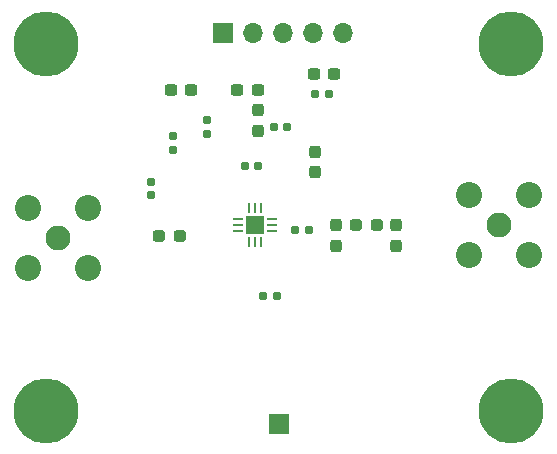
<source format=gts>
G04 #@! TF.GenerationSoftware,KiCad,Pcbnew,8.0.9-1.fc41*
G04 #@! TF.CreationDate,2025-05-25T01:26:55-03:00*
G04 #@! TF.ProjectId,PA-circuit,50412d63-6972-4637-9569-742e6b696361,rev?*
G04 #@! TF.SameCoordinates,Original*
G04 #@! TF.FileFunction,Soldermask,Top*
G04 #@! TF.FilePolarity,Negative*
%FSLAX46Y46*%
G04 Gerber Fmt 4.6, Leading zero omitted, Abs format (unit mm)*
G04 Created by KiCad (PCBNEW 8.0.9-1.fc41) date 2025-05-25 01:26:55*
%MOMM*%
%LPD*%
G01*
G04 APERTURE LIST*
G04 Aperture macros list*
%AMRoundRect*
0 Rectangle with rounded corners*
0 $1 Rounding radius*
0 $2 $3 $4 $5 $6 $7 $8 $9 X,Y pos of 4 corners*
0 Add a 4 corners polygon primitive as box body*
4,1,4,$2,$3,$4,$5,$6,$7,$8,$9,$2,$3,0*
0 Add four circle primitives for the rounded corners*
1,1,$1+$1,$2,$3*
1,1,$1+$1,$4,$5*
1,1,$1+$1,$6,$7*
1,1,$1+$1,$8,$9*
0 Add four rect primitives between the rounded corners*
20,1,$1+$1,$2,$3,$4,$5,0*
20,1,$1+$1,$4,$5,$6,$7,0*
20,1,$1+$1,$6,$7,$8,$9,0*
20,1,$1+$1,$8,$9,$2,$3,0*%
G04 Aperture macros list end*
%ADD10RoundRect,0.155000X-0.212500X-0.155000X0.212500X-0.155000X0.212500X0.155000X-0.212500X0.155000X0*%
%ADD11RoundRect,0.237500X-0.237500X0.287500X-0.237500X-0.287500X0.237500X-0.287500X0.237500X0.287500X0*%
%ADD12C,5.500000*%
%ADD13RoundRect,0.155000X-0.155000X0.212500X-0.155000X-0.212500X0.155000X-0.212500X0.155000X0.212500X0*%
%ADD14R,1.700000X1.700000*%
%ADD15O,1.700000X1.700000*%
%ADD16RoundRect,0.237500X-0.237500X0.300000X-0.237500X-0.300000X0.237500X-0.300000X0.237500X0.300000X0*%
%ADD17RoundRect,0.237500X-0.300000X-0.237500X0.300000X-0.237500X0.300000X0.237500X-0.300000X0.237500X0*%
%ADD18RoundRect,0.155000X0.212500X0.155000X-0.212500X0.155000X-0.212500X-0.155000X0.212500X-0.155000X0*%
%ADD19RoundRect,0.237500X-0.287500X-0.237500X0.287500X-0.237500X0.287500X0.237500X-0.287500X0.237500X0*%
%ADD20RoundRect,0.237500X0.300000X0.237500X-0.300000X0.237500X-0.300000X-0.237500X0.300000X-0.237500X0*%
%ADD21RoundRect,0.160000X-0.160000X0.197500X-0.160000X-0.197500X0.160000X-0.197500X0.160000X0.197500X0*%
%ADD22RoundRect,0.237500X0.237500X-0.287500X0.237500X0.287500X-0.237500X0.287500X-0.237500X-0.287500X0*%
%ADD23C,2.108200*%
%ADD24C,2.209800*%
%ADD25RoundRect,0.062500X-0.350000X-0.062500X0.350000X-0.062500X0.350000X0.062500X-0.350000X0.062500X0*%
%ADD26RoundRect,0.062500X-0.062500X-0.350000X0.062500X-0.350000X0.062500X0.350000X-0.062500X0.350000X0*%
%ADD27R,1.600000X1.600000*%
G04 APERTURE END LIST*
D10*
X92205578Y-47292071D03*
X93340578Y-47292071D03*
X90536078Y-58776958D03*
X91671078Y-58776958D03*
D11*
X87375236Y-48619901D03*
X87375236Y-50369901D03*
X94003578Y-58390958D03*
X94003578Y-60140958D03*
D12*
X108798000Y-43000000D03*
D13*
X78344578Y-54706000D03*
X78344578Y-55841000D03*
D12*
X69398000Y-74084000D03*
D14*
X84438000Y-42084000D03*
D15*
X86978000Y-42084000D03*
X89518000Y-42084000D03*
X92058000Y-42084000D03*
X94598000Y-42084000D03*
D10*
X87811078Y-64364958D03*
X88946078Y-64364958D03*
D16*
X99083578Y-58390958D03*
X99083578Y-60115958D03*
D17*
X92098078Y-45592071D03*
X93823078Y-45592071D03*
D18*
X89861078Y-50065958D03*
X88726078Y-50065958D03*
D10*
X86230379Y-53334668D03*
X87365379Y-53334668D03*
D12*
X108798000Y-74084000D03*
D19*
X78994078Y-59284958D03*
X80744078Y-59284958D03*
D20*
X81689578Y-46928500D03*
X79964578Y-46928500D03*
D21*
X83064578Y-49431000D03*
X83064578Y-50626000D03*
D22*
X92173078Y-53892071D03*
X92173078Y-52142071D03*
D23*
X107768578Y-58390958D03*
D24*
X105228578Y-60930958D03*
X105228578Y-55850958D03*
X110308578Y-60930958D03*
X110308578Y-55850958D03*
D12*
X69398000Y-43000000D03*
D14*
X89171078Y-75204225D03*
D21*
X80164578Y-50831000D03*
X80164578Y-52026000D03*
D17*
X85610578Y-46917071D03*
X87335578Y-46917071D03*
D19*
X95668578Y-58390958D03*
X97418578Y-58390958D03*
D23*
X70442066Y-59463829D03*
D24*
X72982066Y-56923829D03*
X72982066Y-62003829D03*
X67902066Y-56923829D03*
X67902066Y-62003829D03*
D25*
X85693578Y-57890958D03*
X85693578Y-58390958D03*
X85693578Y-58890958D03*
D26*
X86631078Y-59828458D03*
X87131078Y-59828458D03*
X87631078Y-59828458D03*
D25*
X88568578Y-58890958D03*
X88568578Y-58390958D03*
X88568578Y-57890958D03*
D26*
X87631078Y-56953458D03*
X87131078Y-56953458D03*
X86631078Y-56953458D03*
D27*
X87131078Y-58390958D03*
M02*

</source>
